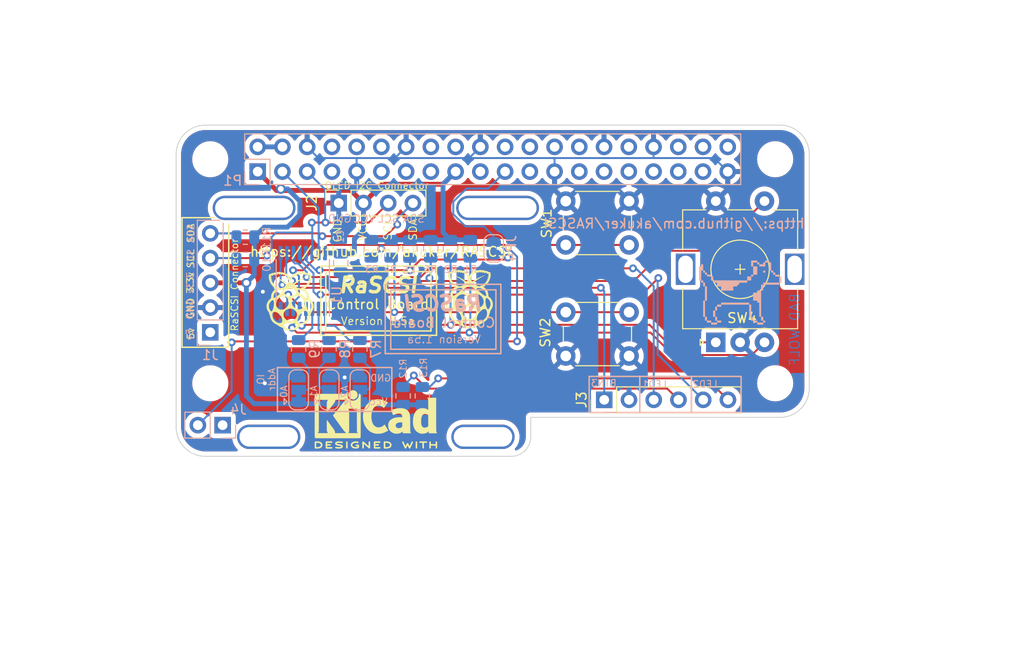
<source format=kicad_pcb>
(kicad_pcb (version 20211014) (generator pcbnew)
  (title_block (date "15 nov 2012"))
  (layers (0 "F.Cu" signal) (31 "B.Cu" signal) (34 "B.Paste" user) (35 "F.Paste" user) (36 "B.SilkS" user "B.Silkscreen") (37 "F.SilkS" user "F.Silkscreen") (38 "B.Mask" user) (39 "F.Mask" user) (44 "Edge.Cuts" user))
  (net 0 "")
  (net 1 "+3V3")
  (net 2 "+5V")
  (net 3 "GND")
  (net 4 "/GPIO2(SDA1)")
  (net 5 "/GPIO3(SCL1)")
  (net 6 "/GPIO9(SPI0_MISO)")
  (net 7 "Net-(JP2-Pad2)")
  (net 8 "Net-(JP3-Pad2)")
  (net 9 "/BUTTON_1")
  (net 10 "/BUTTON_2")
  (net 11 "/BUTTON_3")
  (net 12 "/ROTARY_ENC_B")
  (net 13 "/ROTARY_ENC_A")
  (net 14 "/BUTTON_4")
  (net 15 "Net-(R7-Pad2)")
  (net 16 "Net-(R8-Pad2)")
  (net 17 "Net-(R9-Pad2)")
  (net 18 "Net-(JP1-Pad2)")
  (net 19 "/LED_2")
  (net 20 "/LED_1")
  (net 21 "/GPIO21(SPI1_SCK)")
  (net 22 "/GPIO20(SPI1_MOSI)")
  (net 23 "/GPIO26")
  (net 24 "/GPIO16")
  (net 25 "/GPIO19(SPI1_MISO)")
  (net 26 "/GPIO13(PWM1)")
  (net 27 "/GPIO12(PWM0)")
  (net 28 "/GPIO6")
  (net 29 "/GPIO5")
  (net 30 "/ID_SC")
  (net 31 "/ID_SD")
  (net 32 "/GPIO7(SPI1_CE_N)")
  (net 33 "/GPIO8(SPI0_CE_N)")
  (net 34 "/GPIO11(SPI0_SCK)")
  (net 35 "/GPIO25(GEN6)")
  (net 36 "/GPIO10(SPI0_MOSI)")
  (net 37 "/GPIO24(GEN5)")
  (net 38 "/GPIO23(GEN4)")
  (net 39 "/GPIO22(GEN3)")
  (net 40 "/GPIO27(GEN2)")
  (net 41 "/GPIO18(GEN1)(PWM0)")
  (net 42 "/GPIO17(GEN0)")
  (net 43 "/GPIO15(RXD0)")
  (net 44 "/GPIO14(TXD0)")
  (net 45 "/GPIO4(GCLK)")
  (net 47 "Net-(J3-Pad4)")
  (net 48 "Net-(J3-Pad6)")
  (net 50 "Net-(JP4-Pad1)")
  (footprint "MountingHole:MountingHole_2.7mm_M2.5" (layer "F.Cu") (at 203.5 120.5)
    (fp_text reference "MK3")
    (fp_text value "M2.5")
  )
  (footprint "Button_Switch_THT:SW_PUSH_6mm_H5mm" (layer "F.Cu") (at 240 101.8)
    (fp_text reference "SW1")
    (fp_text value "SW_SPST")
  )
  (footprint "Button_Switch_THT:SW_PUSH_6mm_H5mm" (layer "F.Cu") (at 246.5 117.7 180)
    (fp_text reference "SW2")
    (fp_text value "SW_SPST")
  )
  (footprint "mousebites:0.9_and_1.3_in_OLED_Footprint" (layer "F.Cu") (at 220.5 102 -90)
    (fp_text reference "J2")
    (fp_text value "OLED Connector")
  )
  (footprint "Connector_PinHeader_2.54mm:PinHeader_1x06_P2.54mm_Vertical" (layer "F.Cu") (at 243.95 122.2 90)
    (fp_text reference "J3")
    (fp_text value "Conn_01x06_Odd_Even")
  )
  (footprint "Rotary_Encoder:RotaryEncoder_Alps_EC11E-Switch_Vertical_H20mm" (layer "F.Cu") (at 255.4 116.3 90)
    (fp_text reference "SW4")
    (fp_text value "Rotary_Encoder_Switch")
  )
  (footprint "mousebites:pi_logo" (layer "F.Cu") (at 230.1 111.9)
    (fp_text reference "G2" hide)
    (fp_text value "Pi Logo" hide)
  )
  (footprint "Symbol:KiCad-Logo2_5mm_SilkScreen" (layer "F.Cu") (at 220.5 124.2)
    (fp_text reference "G3" hide)
    (fp_text value "KiCad Logo" hide)
  )
  (footprint "mousebites:pi_logo" (layer "F.Cu") (at 211.7 112.1)
    (fp_text reference "G1" hide)
    (fp_text value "Pi Logo" hide)
  )
  (footprint "MountingHole:MountingHole_2.7mm_M2.5" (layer "B.Cu") (at 203.5 97.5)
    (fp_text reference "MK1")
    (fp_text value "M2.5")
  )
  (footprint "MountingHole:MountingHole_2.7mm_M2.5" (layer "B.Cu") (at 261.5 97.5)
    (fp_text reference "MK2")
    (fp_text value "M2.5")
  )
  (footprint "MountingHole:MountingHole_2.7mm_M2.5" (layer "B.Cu") (at 261.5 120.5 180)
    (fp_text reference "MK4")
    (fp_text value "M2.5")
  )
  (footprint "Connector_PinSocket_2.54mm:PinSocket_2x20_P2.54mm_Vertical" (layer "B.Cu") (at 208.37 98.77 -90)
    (fp_text reference "P1")
    (fp_text value "Conn_02x20_Odd_Even")
  )
  (footprint "Resistor_SMD:R_0805_2012Metric" (layer "B.Cu") (at 207.1 107.8)
    (fp_text reference "R10")
    (fp_text value "10k")
  )
  (footprint "Jumper:SolderJumper-2_P1.3mm_Bridged_RoundedPad1.0x1.5mm" (layer "B.Cu") (at 232.6 106.65 90)
    (fp_text reference "JP4")
    (fp_text value "SolderJumper_2_Open")
  )
  (footprint "Jumper:SolderJumper-3_P1.3mm_Bridged12_RoundedPad1.0x1.5mm" (layer "B.Cu") (at 218.8595 121.171 90)
    (fp_text reference "JP1" hide)
    (fp_text value "SolderJumper_3_Bridged12")
  )
  (footprint "Jumper:SolderJumper-3_P1.3mm_Bridged12_RoundedPad1.0x1.5mm" (layer "B.Cu") (at 215.71625 121.171 90)
    (fp_text reference "JP2" hide)
    (fp_text value "SolderJumper_3_Bridged12")
  )
  (footprint "Jumper:SolderJumper-3_P1.3mm_Bridged12_RoundedPad1.0x1.5mm" (layer "B.Cu") (at 212.573 121.171 90)
    (fp_text reference "JP3" hide)
    (fp_text value "SolderJumper_3_Bridged12")
  )
  (footprint "Resistor_SMD:R_0805_2012Metric" (layer "B.Cu") (at 220.038083 106.693 -90)
    (fp_text reference "R3")
    (fp_text value "10k")
  )
  (footprint "Resistor_SMD:R_0805_2012Metric" (layer "B.Cu") (at 222.070466 106.693 -90)
    (fp_text reference "R4")
    (fp_text value "10k")
  )
  (footprint "Resistor_SMD:R_0805_2012Metric" (layer "B.Cu") (at 218.8595 116.98 90)
    (fp_text reference "R7")
    (fp_text value "10k")
  )
  (footprint "Resistor_SMD:R_0805_2012Metric" (layer "B.Cu") (at 215.7 116.98 90)
    (fp_text reference "R8")
    (fp_text value "10k")
  )
  (footprint "Resistor_SMD:R_0805_2012Metric" (layer "B.Cu") (at 212.573 116.98 90)
    (fp_text reference "R9")
    (fp_text value "10k")
  )
  (footprint "Package_SO:TSSOP-16_4.4x5mm_P0.65mm" (layer "B.Cu") (at 213 110 90)
    (fp_text reference "U1")
    (fp_text value "PCA9554APW,118")
  )
  (footprint "Resistor_SMD:R_0805_2012Metric" (layer "B.Cu") (at 223.3 121.8 90)
    (fp_text reference "R12")
    (fp_text value "10k")
  )
  (footprint "Resistor_SMD:R_0805_2012Metric" (layer "B.Cu") (at 225.274084 121.8 90)
    (fp_text reference "R13")
    (fp_text value "10k")
  )
  (footprint "Resistor_SMD:R_0805_2012Metric" (layer "B.Cu") (at 207.1 105.5 180)
    (fp_text reference "R11")
    (fp_text value "10k")
  )
  (footprint "Capacitor_SMD:C_0805_2012Metric" (layer "B.Cu") (at 216.9 108.15 -90)
    (fp_text reference "C1")
    (fp_text value "100n")
  )
  (footprint "Resistor_SMD:R_0805_2012Metric" (layer "B.Cu") (at 226.135232 106.693 -90)
    (fp_text reference "R6")
    (fp_text value "10k")
  )
  (footprint "Resistor_SMD:R_0805_2012Metric" (layer "B.Cu") (at 230.2 106.693 -90)
    (fp_text reference "R1")
    (fp_text value "10k")
  )
  (footprint "Resistor_SMD:R_0805_2012Metric" (layer "B.Cu") (at 228.167615 106.693 -90)
    (fp_text reference "R2")
    (fp_text value "10k")
  )
  (footprint "Connector_PinHeader_2.54mm:PinHeader_1x05_P2.54mm_Vertical" (layer "B.Cu") (at 203.5 115.27)
    (fp_text reference "J1")
    (fp_text value "RaSCSI Connector")
  )
  (footprint "Connector_PinHeader_2.54mm:PinHeader_1x02_P2.54mm_Vertical" (layer "B.Cu") (at 204.77 124.8 90)
    (fp_text reference "J4")
    (fp_text value "Aux GPIO Connector")
  )
  (footprint "Resistor_SMD:R_0805_2012Metric" (layer "B.Cu") (at 224 106.7125 90)
    (fp_text reference "R5")
    (fp_text value "10k")
  )
  (footprint "mousebites:dogcow" (layer "B.Cu") (at 257.9 111.2 180)
    (fp_text reference "G4" hide)
    (fp_text value "DogCow" hide)
  )
  (gr_line (start 210.4 123.3935) (end 210.4 123.0125) (layer "B.SilkS") (width 0.15))
  (gr_line (start 210.395 118.885) (end 211.4935 118.885) (layer "B.SilkS") (width 0.15))
  (gr_line (start 222.033 117.009) (end 222.033 110.913) (layer "B.SilkS") (width 0.15))
  (gr_line (start 233.336 117.4535) (end 221.4615 117.4535) (layer "B.SilkS") (width 0.15))
  (gr_line (start 221.4615 117.4535) (end 221.4615 110.3415) (layer "B.SilkS") (width 0.15))
  (gr_line (start 221.4615 110.3415) (end 233.336 110.3415) (layer "B.SilkS") (width 0.15))
  (gr_line (start 222.033 110.913) (end 232.828 110.913) (layer "B.SilkS") (width 0.15))
  (gr_line (start 232.83 110.913) (end 232.83 117.009) (layer "B.SilkS") (width 0.15))
  (gr_line (start 233.336 110.3415) (end 233.336 117.4535) (layer "B.SilkS") (width 0.15))
  (gr_line (start 232.828 117.009) (end 222.033 117.009) (layer "B.SilkS") (width 0.15))
  (gr_line (start 222.144 118.885) (end 222.144 120.5995) (layer "B.SilkS") (width 0.15))
  (gr_line (start 222.144 123.3935) (end 210.4 123.4) (layer "B.SilkS") (width 0.15))
  (gr_line (start 222.144 120.5995) (end 222.144 123.3935) (layer "B.SilkS") (width 0.15))
  (gr_line (start 211.4935 118.885) (end 222.144 118.885) (layer "B.SilkS") (width 0.15))
  (gr_line (start 210.395 123.0125) (end 210.395 120.5995) (layer "B.SilkS") (width 0.15))
  (gr_rect (start 252.9 119.8) (end 258 123.5) (layer "B.SilkS") (width 0.15) (fill none))
  (gr_rect (start 242.4 119.8) (end 247.6 123.5) (layer "B.SilkS") (width 0.15) (fill none))
  (gr_line (start 210.395 120.5995) (end 210.395 118.885) (layer "B.SilkS") (width 0.15))
  (gr_rect (start 247.6 123.5) (end 252.9 119.8) (layer "B.SilkS") (width 0.15) (fill none))
  (gr_line (start 214.858 108.463) (end 214.858 115.575) (layer "F.SilkS") (width 0.15))
  (gr_line (start 226.7325 108.463) (end 214.858 108.463) (layer "F.SilkS") (width 0.15))
  (gr_line (start 200.6 116.8) (end 205.4 116.8) (layer "F.SilkS") (width 0.15))
  (gr_line (start 226.161 115.1305) (end 226.161 109.0345) (layer "F.SilkS") (width 0.15))
  (gr_line (start 226.161 109.0345) (end 215.366 109.0345) (layer "F.SilkS") (width 0.15))
  (gr_line (start 226.7325 115.575) (end 226.7325 108.463) (layer "F.SilkS") (width 0.15))
  (gr_line (start 205.4 116.8) (end 205.4 104.132806) (layer "F.SilkS") (width 0.15))
  (gr_line (start 215.364 109.0345) (end 215.364 115.1305) (layer "F.SilkS") (width 0.15))
  (gr_line (start 215.366 115.1305) (end 226.161 115.1305) (layer "F.SilkS") (width 0.15))
  (gr_line (start 214.858 115.575) (end 226.7325 115.575) (layer "F.SilkS") (width 0.15))
  (gr_line (start 204 103.5) (end 200.6 103.5) (layer "F.SilkS") (width 0.15))
  (gr_line (start 200.6 103.5) (end 200.6 116.8) (layer "F.SilkS") (width 0.15))
  (gr_arc (start 236.4 126) (mid 235.814214 127.414214) (end 234.4 128) (layer "Edge.Cuts") (width 0.1))
  (gr_line (start 200 97) (end 200 125) (layer "Edge.Cuts") (width 0.1))
  (gr_line (start 262 94) (end 203 94) (layer "Edge.Cuts") (width 0.1))
  (gr_arc (start 203 128) (mid 200.87868 127.12132) (end 200 125) (layer "Edge.Cuts") (width 0.1))
  (gr_arc (start 265 121) (mid 264.12132 123.12132) (end 262 124) (layer "Edge.Cuts") (width 0.1))
  (gr_line (start 236.4 126) (end 236.4 124) (layer "Edge.Cuts") (width 0.1))
  (gr_arc (start 200 97) (mid 200.87868 94.87868) (end 203 94) (layer "Edge.Cuts") (width 0.1))
  (gr_line (start 236.4 124) (end 262 124) (layer "Edge.Cuts") (width 0.1))
  (gr_arc (start 262 94) (mid 264.12132 94.87868) (end 265 97) (layer "Edge.Cuts") (width 0.1))
  (gr_line (start 265 121) (end 265 97) (layer "Edge.Cuts") (width 0.1))
  (gr_line (start 203 128) (end 234.4 128) (layer "Edge.Cuts") (width 0.1))
  (gr_text "BAD WOLF" (at 263.5 115 90) (layer "B.Cu") (effects (font (size 1 1) (thickness 0.1)) (justify mirror)))
  (gr_text "3.3v" (at 201.4605 110.1855 90) (layer "B.SilkS") (effects (font (size 0.7 0.7) (thickness 0.1)) (justify mirror)))
  (gr_text "5v" (at 201.4 115.5 90) (layer "B.SilkS") (effects (font (size 0.7 0.7) (thickness 0.1)) (justify mirror)))
  (gr_text "GND" (at 201.4 112.9 90) (layer "B.SilkS") (effects (font (size 0.7 0.7) (thickness 0.1)) (justify mirror)))
  (gr_text "SDA\n" (at 201.5 105.1 90) (layer "B.SilkS") (effects (font (size 0.7 0.7) (thickness 0.1)) (justify mirror)))
  (gr_text "SCL" (at 201.5 107.7 90) (layer "B.SilkS") (effects (font (size 0.7 0.7) (thickness 0.1)) (justify mirror)))
  (gr_text "Vcc" (at 220.8 122.3775) (layer "B.SilkS") (effects (font (size 0.7 0.7) (thickness 0.1)) (justify mirror)))
  (gr_text "GND" (at 221 119.9645) (layer "B.SilkS") (effects (font (size 0.7 0.7) (thickness 0.1)) (justify mirror)))
  (gr_text "IO\nAddr" (at 209.252 120.0915 90) (layer "B.SilkS") (effects (font (size 0.7 0.7) (thickness 0.1)) (justify mirror)))
  (gr_text "Version 1.5a" (at 227.494 115.993) (layer "B.SilkS") (effects (font (size 0.8 0.8) (thickness 0.1)) (justify mirror)))
  (gr_text "Control Board" (at 227.494 114.2785) (layer "B.SilkS") (effects (font (size 1 1)) (justify mirror)))
  (gr_text "RaSCSI" (at 227.4305 112.31) (layer "B.SilkS") (effects (font (size 1.5 1.5) (thickness 0.35) italic) (justify mirror)))
  (gr_text "LED2" (at 254.3 120.6) (layer "B.SilkS") (effects (font (size 0.7 0.7) (thickness 0.1)) (justify mirror)))
  (gr_text "A1" (at 214.1145 121.3615 90) (layer "B.SilkS") (effects (font (size 0.7 0.7) (thickness 0.1)) (justify mirror)))
  (gr_text "https://github.com/akuker/RASCSI" (at 251.1 104.1) (layer "B.SilkS") (effects (font (size 1 1)) (justify mirror)))
  (gr_text "BTN3" (at 243.9 120.5) (layer "B.SilkS") (effects (font (size 0.7 0.7) (thickness 0.1)) (justify mirror)))
  (gr_text "LED1" (at 249.1 120.6) (layer "B.SilkS") (effects (font (size 0.7 0.7) (thickness 0.1)) (justify mirror)))
  (gr_text "A2" (at 217.2895 121.3615 90) (layer "B.SilkS") (effects (font (size 0.7 0.7) (thickness 0.1)) (justify mirror)))
  (gr_text "A0" (at 211.0665 121.3615 90) (layer "B.SilkS") (effects (font (size 0.7 0.7) (thickness 0.1)) (justify mirror)))
  (gr_text "SCL" (at 201.5 107.7 90) (layer "F.SilkS") (effects (font (size 0.7 0.7) (thickness 0.1))))
  (gr_text "GND" (at 201.5 112.8 90) (layer "F.SilkS") (effects (font (size 0.7 0.7) (thickness 0.1))))
  (gr_text "Version 1.5a" (at 220.7 114.1145) (layer "F.SilkS") (effects (font (size 0.8 0.8) (thickness 0.1))))
  (gr_text "Control Board" (at 220.7 112.4) (layer "F.SilkS") (effects (font (size 1 1))))
  (gr_text "https://github.com/akuker/RASCSI" (at 221 107) (layer "F.SilkS") (effects (font (size 1 1))))
  (gr_text "RaSCSI" (at 220.7635 110.4315) (layer "F.SilkS") (effects (font (size 1.5 1.5) (thickness 0.35) italic)))
  (gr_text "5v" (at 201.5 115.4 90) (layer "F.SilkS") (effects (font (size 0.7 0.7) (thickness 0.1))))
  (gr_text "RaSCSI Connector" (at 206 110.4 90) (layer "F.SilkS") (effects (font (size 0.7 0.7) (thickness 0.1))))
  (gr_text "SDA\n" (at 201.5 105.1 90) (layer "F.SilkS") (effects (font (size 0.7 0.7) (thickness 0.1))))
  (gr_text "OLED I2C Connector" (at 220.6 100.2) (layer "F.SilkS") (effects (font (size 0.7 0.7) (thickness 0.1))))
  (gr_text "3.3v" (at 201.4605 110.1855 90) (layer "F.SilkS") (effects (font (size 0.7 0.7) (thickness 0.1))))
  (segment (start 203.5 110.19) (end 207.21 110.19) (width 0.5) (layer "F.Cu") (net 1))
  (segment (start 210.891604 100.700489) (end 210.741615 100.5505) (width 0.5) (layer "F.Cu") (net 1))
  (segment (start 212.399511 100.700489) (end 210.891604 100.700489) (width 0.5) (layer "F.Cu") (net 1))
  (segment (start 212.399511 100.700489) (end 210.300489 100.700489) (width 0.5) (layer "F.Cu") (net 1))
  (segment (start 227.390489 100.069511) (end 228.69 98.77) (width 0.5) (layer "F.Cu") (net 1))
  (segment (start 221.160489 100.069511) (end 227.390489 100.069511) (width 0.5) (layer "F.Cu") (net 1))
  (segment (start 219.23 102) (end 217.930489 100.700489) (width 0.5) (layer "F.Cu") (net 1))
  (segment (start 210.300489 100.700489) (end 208.37 98.77) (width 0.5) (layer "F.Cu") (net 1))
  (segment (start 219.23 102) (end 221.160489 100.069511) (width 0.5) (layer "F.Cu") (net 1))
  (segment (start 217.930489 100.700489) (end 212.399511 100.700489) (width 0.5) (layer "F.Cu") (net 1))
  (via (at 207.21 110.19) (size 1) (drill 0.6) (layers "F.Cu" "B.Cu") (net 1))
  (via (at 210.741615 100.5505) (size 1) (drill 0.6) (layers "F.Cu" "B.Cu") (net 1))
  (segment (start 227.4 105.012885) (end 228.167615 105.7805) (width 0.5) (layer "B.Cu") (net 1))
  (segment (start 222.070466 105.7805) (end 223.9805 105.7805) (width 0.5) (layer "B.Cu") (net 1))
  (segment (start 210.741615 100.5505) (end 211.453984 100.5505) (width 0.5) (layer "B.Cu") (net 1))
  (segment (start 212.69952 103.203964) (end 211.427995 104.475489) (width 0.5) (layer "B.Cu") (net 1))
  (segment (start 224 105.8) (end 226.115732 105.8) (width 0.5) (layer "B.Cu") (net 1))
  (segment (start 218.3 107) (end 218.1 107.2) (width 0.5) (layer "B.Cu") (net 1))
  (segment (start 218.7305 122.6) (end 218.8595 122.471) (width 0.5) (layer "B.Cu") (net 1))
  (segment (start 208.0125 109.3875) (end 207.21 110.19) (width 0.5) (layer "B.Cu") (net 1))
  (segment (start 208.0125 105.5) (end 208.0125 107.5) (width 0.5) (layer "B.Cu") (net 1))
  (segment (start 227.4 100.06) (end 227.4 105.012885) (width 0.5) (layer "B.Cu") (net 1))
  (segment (start 226.115732 105.8) (end 226.135232 105.7805) (width 0.5) (layer "B.Cu") (net 1))
  (segment (start 228.69 98.77) (end 227.4 100.06) (width 0.5) (layer "B.Cu") (net 1))
  (segment (start 218.1 107.2) (end 216.7 107.2) (width 0.5) (layer "B.Cu") (net 1))
  (segment (start 216.6375 107.1375) (end 216.7 107.2) (width 0.5) (layer "B.Cu") (net 1))
  (segment (start 222.070466 105.7805) (end 220.038083 105.7805) (width 0.5) (layer "B.Cu") (net 1))
  (segment (start 219.23 102) (end 219.23 104.972417) (width 0.5) (layer "B.Cu") (net 1))
  (segment (start 212.69952 101.796036) (end 212.69952 103.203964) (width 0.5) (layer "B.Cu") (net 1))
  (segment (start 219.027583 104.972417) (end 218.3 105.7) (width 0.5) (layer "B.Cu") (net 1))
  (segment (start 218.8595 122.471) (end 220.571 122.471) (width 0.5) (layer "B.Cu") (net 1))
  (segment (start 219.23 104.972417) (end 219.027583 104.972417) (width 0.5) (layer "B.Cu") (net 1))
  (segment (start 220.571 122.471) (end 220.8125 122.7125) (width 0.5) (layer "B.Cu") (net 1))
  (segment (start 218.3 105.7) (end 218.3 107) (width 0.5) (layer "B.Cu") (net 1))
  (segment (start 215.275 107.1375) (end 216.6375 107.1375) (width 0.5) (layer "B.Cu") (net 1))
  (segment (start 211.453984 100.5505) (end 212.69952 101.796036) (width 0.5) (layer "B.Cu") (net 1))
  (segment (start 207.21 121.81) (end 208 122.6) (width 0.5) (layer "B.Cu") (net 1))
  (segment (start 220.8125 122.7125) (end 225.274084 122.7125) (width 0.5) (layer "B.Cu") (net 1))
  (segment (start 223.9805 105.7805) (end 224 105.8) (width 0.5) (layer "B.Cu") (net 1))
  (segment (start 226.135232 105.7805) (end 230.2 105.7805) (width 0.5) (layer "B.Cu") (net 1))
  (segment (start 211.427995 104.475489) (end 209.037011 104.475489) (width 0.5) (layer "B.Cu") (net 1))
  (segment (start 208.0125 107.5) (end 208.0125 109.3875) (width 0.5) (layer "B.Cu") (net 1))
  (segment (start 207.21 110.19) (end 207.21 121.81) (width 0.5) (layer "B.Cu") (net 1))
  (segment (start 209.037011 104.475489) (end 208.0125 105.5) (width 0.5) (layer "B.Cu") (net 1))
  (segment (start 208 122.6) (end 218.7305 122.6) (width 0.5) (layer "B.Cu") (net 1))
  (segment (start 219.23 104.972417) (end 220.038083 105.7805) (width 0.5) (layer "B.Cu") (net 1))
  (segment (start 208.37 96.23) (end 210.91 96.23) (width 0.5) (layer "B.Cu") (net 2))
  (via (at 217.3 119.9) (size 0.8) (drill 0.4) (layers "F.Cu" "B.Cu") (net 3))
  (via (at 209.1 120.5) (size 0.8) (drill 0.4) (layers "F.Cu" "B.Cu") (net 3))
  (via (at 208.9 111.1) (size 0.8) (drill 0.4) (layers "F.Cu" "B.Cu") (net 3))
  (segment (start 218.53 97.429022) (end 218.579511 97.379511) (width 0.2) (layer "B.Cu") (net 3))
  (segment (start 230.080489 97.379511) (end 229.820489 97.379511) (width 0.2) (layer "B.Cu") (net 3))
  (segment (start 249.01 97.31) (end 249.079511 97.379511) (width 0.2) (layer "B.Cu") (net 3))
  (segment (start 249.01 96.23) (end 249.01 97.31) (width 0.2) (layer "B.Cu") (net 3))
  (segment (start 218.53 98.77) (end 218.53 97.429022) (width 0.2) (layer "B.Cu") (net 3))
  (segment (start 231.23 96.23) (end 230.080489 97.379511) (width 0.2) (layer "B.Cu") (net 3))
  (segment (start 222.379511 97.379511) (end 229.820489 97.379511) (width 0.2) (layer "B.Cu") (net 3))
  (segment (start 249.079511 97.379511) (end 255.239511 97.379511) (width 0.2) (layer "B.Cu") (net 3))
  (segment (start 238.720489 97.379511) (end 249.079511 97.379511) (width 0.2) (layer "B.Cu") (net 3))
  (segment (start 238.85 97.509022) (end 238.720489 97.379511) (width 0.2) (layer "B.Cu") (net 3))
  (segment (start 238.85 98.77) (end 238.85 97.509022) (width 0.2) (layer "B.Cu") (net 3))
  (segment (start 255.239511 97.379511) (end 256.63 98.77) (width 0.2) (layer "B.Cu") (net 3))
  (segment (start 223.61 96.23) (end 222.460489 97.379511) (width 0.2) (layer "B.Cu") (net 3))
  (segment (start 229.820489 97.379511) (end 238.720489 97.379511) (width 0.2) (layer "B.Cu") (net 3))
  (segment (start 213.45 96.23) (end 214.599511 97.379511) (width 0.2) (layer "B.Cu") (net 3))
  (segment (start 214.599511 97.379511) (end 218.579511 97.379511) (width 0.2) (layer "B.Cu") (net 3))
  (segment (start 222.460489 97.379511) (end 222.379511 97.379511) (width 0.2) (layer "B.Cu") (net 3))
  (segment (start 218.579511 97.379511) (end 222.379511 97.379511) (width 0.2) (layer "B.Cu") (net 3))
  (segment (start 214.710989 105.11) (end 215 105.399011) (width 0.2) (layer "F.Cu") (net 4))
  (segment (start 203.5 105.11) (end 214.710989 105.11) (width 0.2) (layer "F.Cu") (net 4))
  (segment (start 222.7 104.2) (end 221.500989 105.399011) (width 0.2) (layer "F.Cu") (net 4))
  (segment (start 221.500989 105.399011) (end 215 105.399011) (width 0.2) (layer "F.Cu") (net 4))
  (via (at 215 105.399011) (size 0.8) (drill 0.4) (layers "F.Cu" "B.Cu") (net 4))
  (via (at 222.7 104.2) (size 0.8) (drill 0.4) (layers "F.Cu" "B.Cu") (net 4))
  (segment (start 210.91 98.77) (end 214.625 102.485) (width 0.2) (layer "B.Cu") (net 4))
  (segment (start 224.31 102) (end 222.7 103.61) (width 0.2) (layer "B.Cu") (net 4))
  (segment (start 222.7 103.61) (end 222.7 104.2) (width 0.2) (layer "B.Cu") (net 4))
  (segment (start 205.7975 105.11) (end 206.1875 105.5) (width 0.2) (layer "B.Cu") (net 4))
  (segment (start 214.625 105.275) (end 214.625 107.1375) (width 0.2) (layer "B.Cu") (net 4))
  (segment (start 214.625 102.485) (end 214.625 105.275) (width 0.2) (layer "B.Cu") (net 4))
  (segment (start 203.5 105.11) (end 205.7975 105.11) (width 0.2) (layer "B.Cu") (net 4))
  (segment (start 214.749011 105.399011) (end 214.625 105.275) (width 0.2) (layer "B.Cu") (net 4))
  (segment (start 215 105.399011) (end 214.749011 105.399011) (width 0.2) (layer "B.Cu") (net 4))
  (segment (start 203.5 107.65) (end 209.05 107.65) (width 0.2) (layer "F.Cu") (net 5))
  (segment (start 215.3245 104) (end 213.9255 104) (width 0.2) (layer "F.Cu") (net 5))
  (segment (start 219.77 104) (end 221.77 102) (width 0.2) (layer "F.Cu") (net 5))
  (segment (start 215.3245 104) (end 219.77 104) (width 0.2) (layer "F.Cu") (net 5))
  (segment (start 209.05 107.65) (end 209.3 107.4) (width 0.2) (layer "F.Cu") (net 5))
  (via (at 209.3 107.4) (size 0.8) (drill 0.4) (layers "F.Cu" "B.Cu") (net 5))
  (via (at 213.9255 104) (size 0.8) (drill 0.4) (layers "F.Cu" "B.Cu") (net 5))
  (via (at 215.3245 104) (size 0.8) (drill 0.4) (layers "F.Cu" "B.Cu") (net 5))
  (segment (start 213.975 105.025) (end 213.975 104.0495) (width 0.2) (layer "B.Cu") (net 5))
  (segment (start 209.8 106.759994) (end 209.8 105.5) (width 0.2) (layer "B.Cu") (net 5))
  (segment (start 213.975 104.0495) (end 213.9255 104) (width 0.2) (layer "B.Cu") (net 5))
  (segment (start 209.3 107.4) (end 209.3 107.259994) (width 0.2) (layer "B.Cu") (net 5))
  (segment (start 203.5 107.65) (end 206.0375 107.65) (width 0.2) (layer "B.Cu") (net 5))
  (segment (start 210.275 105.025) (end 213.975 105.025) (width 0.2) (layer "B.Cu") (net 5))
  (segment (start 215.3 100.62) (end 215.3 104) (width 0.2) (layer "B.Cu") (net 5))
  (segment (start 215.3 104) (end 215.3245 104) (width 0.2) (layer "B.Cu") (net 5))
  (segment (start 209.3 107.259994) (end 209.8 106.759994) (width 0.2) (layer "B.Cu") (net 5))
  (segment (start 209.8 105.5) (end 210.275 105.025) (width 0.2) (layer "B.Cu") (net 5))
  (segment (start 206.0375 107.65) (end 206.1875 107.8) (width 0.2) (layer "B.Cu") (net 5))
  (segment (start 213.975 107.1375) (end 213.975 105.025) (width 0.2) (layer "B.Cu") (net 5))
  (segment (start 213.45 98.77) (end 215.3 100.62) (width 0.2) (layer "B.Cu") (net 5))
  (segment (start 235 116.2) (end 232 116.2) (width 0.2) (layer "F.Cu") (net 6))
  (segment (start 205.8 116.2) (end 205.7 116.3) (width 0.2) (layer "F.Cu") (net 6))
  (segment (start 224 116.2) (end 205.8 116.2) (width 0.2) (layer "F.Cu") (net 6))
  (segment (start 224 116.2) (end 232 116.2) (width 0.2) (layer "F.Cu") (net 6))
  (via (at 205.7 116.3) (size 0.8) (drill 0.4) (layers "F.Cu" "B.Cu") (net 6))
  (via (at 235 116.2) (size 0.8) (drill 0.4) (layers "F.Cu" "B.Cu") (net 6))
  (segment (start 205.7 121.33) (end 202.23 124.8) (width 0.2) (layer "B.Cu") (net 6))
  (segment (start 233.77 98.77) (end 232.04 100.5) (width 0.2) (layer "B.Cu") (net 6))
  (segment (start 233.873586 106.9) (end 234.4 106.9) (width 0.2) (layer "B.Cu") (net 6))
  (segment (start 232.04 100.5) (end 229.808648 100.5) (width 0.2) (layer "B.Cu") (net 6))
  (segment (start 228.45048 101.858168) (end 228.45048 103.141832) (width 0.2) (layer "B.Cu") (net 6))
  (segment (start 205.7 116.3) (end 205.7 121.33) (width 0.2) (layer "B.Cu") (net 6))
  (segment (start 231.6 104.4) (end 232.6 105.4) (width 0.2) (layer "B.Cu") (net 6))
  (segment (start 234.4 106.9) (end 235 107.5) (width 0.2) (layer "B.Cu") (net 6))
  (segment (start 232.6 106) (end 232.973586 106) (width 0.2) (layer "B.Cu") (net 6))
  (segment (start 229.708648 104.4) (end 231.6 104.4) (width 0.2) (layer "B.Cu") (net 6))
  (segment (start 235 107.5) (end 235 116.2) (width 0.2) (layer "B.Cu") (net 6))
  (segment (start 232.973586 106) (end 233.873586 106.9) (width 0.2) (layer "B.Cu") (net 6))
  (segment (start 228.45048 103.141832) (end 229.708648 104.4) (width 0.2) (layer "B.Cu") (net 6))
  (segment (start 229.808648 100.5) (end 228.45048 101.858168) (width 0.2) (layer "B.Cu") (net 6))
  (segment (start 232.6 105.4) (end 232.6 106) (width 0.2) (layer "B.Cu") (net 6))
  (segment (start 214.66673 118.92577) (end 214.66673 120.76673) (width 0.2) (layer "B.Cu") (net 7))
  (segment (start 215.7 117.8925) (end 214.66673 118.92577) (width 0.2) (layer "B.Cu") (net 7))
  (segment (start 215.071 121.171) (end 215.71625 121.171) (width 0.2) (layer "B.Cu") (net 7))
  (segment (start 214.66673 120.76673) (end 215.071 121.171) (width 0.2) (layer "B.Cu") (net 7))
  (segment (start 212.573 117.8925) (end 213.62252 118.94202) (width 0.2) (layer "B.Cu") (net 8))
  (segment (start 213.523 121.171) (end 212.573 121.171) (width 0.2) (layer "B.Cu") (net 8))
  (segment (start 213.62252 121.07148) (end 213.523 121.171) (width 0.2) (layer "B.Cu") (net 8))
  (segment (start 213.62252 118.94202) (end 213.62252 121.07148) (width 0.2) (layer "B.Cu") (net 8))
  (segment (start 221 106.621602) (end 221 106.3) (width 0.2) (layer "F.Cu") (net 9))
  (segment (start 221 106.3) (end 215.6 106.3) (width 0.2) (layer "F.Cu") (net 9))
  (segment (start 212 108.9) (end 213 108.9) (width 0.2) (layer "F.Cu") (net 9))
  (segment (start 221.058143 106.679745) (end 221 106.621602) (width 0.2) (layer "F.Cu") (net 9))
  (segment (start 213 108.9) (end 215.6 106.3) (width 0.2) (layer "F.Cu") (net 9))
  (segment (start 240 106.3) (end 221 106.3) (width 0.2) (layer "F.Cu") (net 9))
  (segment (start 246.5 106.3) (end 240 106.3) (width 0.2) (layer "F.Cu") (net 9))
  (via (at 212 108.9) (size 0.8) (drill 0.4) (layers "F.Cu" "B.Cu") (net 9))
  (via (at 221.058143 106.679745) (size 0.8) (drill 0.4) (layers "F.Cu" "B.Cu") (net 9))
  (segment (start 212 108.9) (end 212.606502 109.506502) (width 0.2) (layer "B.Cu") (net 9))
  (segment (start 212.606502 111.628492) (end 212.025 112.209994) (width 0.2) (layer "B.Cu") (net 9))
  (segment (start 220.132388 107.6055) (end 221.058143 106.679745) (width 0.2) (layer "B.Cu") (net 9))
  (segment (start 220.038083 107.6055) (end 220.132388 107.6055) (width 0.2) (layer "B.Cu") (net 9))
  (segment (start 212.025 112.209994) (end 212.025 112.8625) (width 0.2) (layer "B.Cu") (net 9))
  (segment (start 212.606502 109.506502) (end 212.606502 111.628492) (width 0.2) (layer "B.Cu") (net 9))
  (segment (start 213.3 113.2) (end 211.5 111.4) (width 0.2) (layer "F.Cu") (net 10))
  (segment (start 222.4 113.2) (end 213.3 113.2) (width 0.2) (layer "F.Cu") (net 10))
  (segment (start 240 113.2) (end 246.5 113.2) (width 0.2) (layer "F.Cu") (net 10))
  (segment (start 240 113.2) (end 222.4 113.2) (width 0.2) (layer "F.Cu") (net 10))
  (via (at 211.5 111.4) (size 0.8) (drill 0.4) (layers "F.Cu" "B.Cu") (net 10))
  (via (at 222.4 113.2) (size 0.8) (drill 0.4) (layers "F.Cu" "B.Cu") (net 10))
  (segment (start 211.4 111.5) (end 211.4 112.8375) (width 0.2) (layer "B.Cu") (net 10))
  (segment (start 211.5 111.4) (end 211.4 111.5) (width 0.2) (layer "B.Cu") (net 10))
  (segment (start 222.070466 107.6055) (end 222.4 107.935034) (width 0.2) (layer "B.Cu") (net 10))
  (segment (start 222.4 107.935034) (end 222.4 113.2) (width 0.2) (layer "B.Cu") (net 10))
  (segment (start 211.4 112.8375) (end 211.375 112.8625) (width 0.2) (layer "B.Cu") (net 10))
  (segment (start 243.6 110.7) (end 211.2 110.7) (width 0.2) (layer "F.Cu") (net 11))
  (segment (start 211.2 110.7) (end 210.9 110.4) (width 0.2) (layer "F.Cu") (net 11))
  (via (at 243.6 110.7) (size 0.8) (drill 0.4) (layers "F.Cu" "B.Cu") (net 11))
  (via (at 210.9 110.4) (size 0.8) (drill 0.4) (layers "F.Cu" "B.Cu") (net 11))
  (segment (start 243.95 122.2) (end 243.95 111.05) (width 0.2) (layer "B.Cu") (net 11))
  (segment (start 243.95 111.05) (end 243.6 110.7) (width 0.2) (layer "B.Cu") (net 11))
  (segment (start 210.725 110.225) (end 210.725 107.1375) (width 0.2) (layer "B.Cu") (net 11))
  (segment (start 210.9 110.4) (end 210.725 110.225) (width 0.2) (layer "B.Cu") (net 11))
  (segment (start 230.099511 115.299511) (end 212.399511 115.299511) (width 0.2) (layer "F.Cu") (net 12))
  (segment (start 212.399511 115.299511) (end 211.9 114.8) (width 0.2) (layer "F.Cu") (net 12))
  (segment (start 250.999511 117.599511) (end 259.100489 117.599511) (width 0.2) (layer "F.Cu") (net 12))
  (segment (start 230.099511 115.299511) (end 248.699511 115.299511) (width 0.2) (layer "F.Cu") (net 12))
  (segment (start 248.699511 115.299511) (end 250.999511 117.599511) (width 0.2) (layer "F.Cu") (net 12))
  (segment (start 259.100489 117.599511) (end 260.4 116.3) (width 0.2) (layer "F.Cu") (net 12))
  (via (at 230.099511 115.299511) (size 0.8) (drill 0.4) (layers "F.Cu" "B.Cu") (net 12))
  (via (at 211.9 114.8) (size 0.8) (drill 0.4) (layers "F.Cu" "B.Cu") (net 12))
  (segment (start 230.2 115.199022) (end 230.099511 115.299511) (width 0.2) (layer "B.Cu") (net 12))
  (segment (start 230.2 107.6055) (end 230.2 115.199022) (width 0.2) (layer "B.Cu") (net 12))
  (segment (start 211.9 114.8) (end 211.9 114.610741) (width 0.2) (layer "B.Cu") (net 12))
  (segment (start 212.675 113.835741) (end 212.675 112.8625) (width 0.2) (layer "B.Cu") (net 12))
  (segment (start 211.9 114.610741) (end 212.675 113.835741) (width 0.2) (layer "B.Cu") (net 12))
  (segment (start 213 114.5) (end 212.9 114.6) (width 0.2) (layer "F.Cu") (net 13))
  (segment (start 248.6 114.5) (end 228.2 114.5) (width 0.2) (layer "F.Cu") (net 13))
  (segment (start 250.4 116.3) (end 248.6 114.5) (width 0.2) (layer "F.Cu") (net 13))
  (segment (start 228.2 114.5) (end 213 114.5) (width 0.2) (layer "F.Cu") (net 13))
  (segment (start 255.4 116.3) (end 250.4 116.3) (width 0.2) (layer "F.Cu") (net 13))
  (via (at 228.2 114.5) (size 0.8) (drill 0.4) (layers "F.Cu" "B.Cu") (net 13))
  (via (at 212.9 114.6) (size 0.8) (drill 0.4) (layers "F.Cu" "B.Cu") (net 13))
  (segment (start 213.325 114.175) (end 213.325 112.8625) (width 0.2) (layer "B.Cu") (net 13))
  (segment (start 212.9 114.6) (end 213.325 114.175) (width 0.2) (layer "B.Cu") (net 13))
  (segment (start 228.167615 114.467615) (end 228.2 114.5) (width 0.2) (layer "B.Cu") (net 13))
  (segment (start 228.167615 107.6055) (end 228.167615 114.467615) (width 0.2) (layer "B.Cu") (net 13))
  (segment (start 260.4 101.8) (end 255.299511 106.900489) (width 0.2) (layer "F.Cu") (net 14))
  (segment (start 246.999511 110.000489) (end 225.999511 110.000489) (width 0.2) (layer "F.Cu") (net 14))
  (segment (start 211.9 110.0005) (end 212.199011 110.299511) (width 0.2) (layer "F.Cu") (net 14))
  (segment (start 255.299511 106.900489) (end 250.099511 106.900489) (width 0.2) (layer "F.Cu") (net 14))
  (segment (start 212.199011 110.299511) (end 222.800489 110.299511) (width 0.2) (layer "F.Cu") (net 14))
  (segment (start 225.999511 110.000489) (end 223.099511 110.000489) (width 0.2) (layer "F.Cu") (net 14))
  (segment (start 222.800489 110.299511) (end 223.099511 110.000489) (width 0.2) (layer "F.Cu") (net 14))
  (segment (start 226 110) (end 225.999511 110.000489) (width 0.2) (layer "F.Cu") (net 14))
  (segment (start 250.099511 106.900489) (end 246.999511 110.000489) (width 0.2) (layer "F.Cu") (net 14))
  (segment (start 226 109.7) (end 226 110) (width 0.2) (layer "F.Cu") (net 14))
  (via (at 211.9 110.0005) (size 0.8) (drill 0.4) (layers "F.Cu" "B.Cu") (net 14))
  (via (at 226 109.7) (size 0.8) (drill 0.4) (layers "F.Cu" "B.Cu") (net 14))
  (segment (start 211.375 107.1375) (end 211.300489 107.212011) (width 0.2) (layer "B.Cu") (net 14))
  (segment (start 211.300489 109.400989) (end 211.9 110.0005) (width 0.2) (layer "B.Cu") (net 14))
  (segment (start 211.300489 107.212011) (end 211.300489 109.400989) (width 0.2) (layer "B.Cu") (net 14))
  (segment (start 226.135232 107.6055) (end 226.135232 109.564768) (width 0.2) (layer "B.Cu") (net 14))
  (segment (start 226.135232 109.564768) (end 226 109.7) (width 0.2) (layer "B.Cu") (net 14))
  (segment (start 216.3 114.6) (end 215.5 114.6) (width 0.2) (layer "B.Cu") (net 15))
  (segment (start 215.5 114.6) (end 215.275 114.375) (width 0.2) (layer "B.Cu") (net 15))
  (segment (start 217.7675 116.0675) (end 216.3 114.6) (width 0.2) (layer "B.Cu") (net 15))
  (segment (start 218.8595 116.0675) (end 217.7675 116.0675) (width 0.2) (layer "B.Cu") (net 15))
  (segment (start 215.275 114.375) (end 215.275 112.8625) (width 0.2) (layer "B.Cu") (net 15))
  (segment (start 215.7 116.0675) (end 214.625 114.9925) (width 0.2) (layer "B.Cu") (net 16))
  (segment (start 214.625 114.9925) (end 214.625 112.8625) (width 0.2) (layer "B.Cu") (net 16))
  (segment (start 212.7325 116.0675) (end 213.975 114.825) (width 0.2) (layer "B.Cu") (net 17))
  (segment (start 212.573 116.0675) (end 212.7325 116.0675) (width 0.2) (layer "B.Cu") (net 17))
  (segment (start 213.975 114.825) (end 213.975 112.8625) (width 0.2) (layer "B.Cu") (net 17))
  (segment (start 219.90902 120.89098) (end 219.629 121.171) (width 0.2) (layer "B.Cu") (net 18))
  (segment (start 219.90902 118.94202) (end 219.90902 120.89098) (width 0.2) (layer "B.Cu") (net 18))
  (segment (start 219.629 121.171) (end 218.8595 121.171) (width 0.2) (layer "B.Cu") (net 18))
  (segment (start 218.8595 117.8925) (end 219.90902 118.94202) (width 0.2) (layer "B.Cu") (net 18))
  (segment (start 247.8 111.4) (end 214.8 111.4) (width 0.2) (layer "F.Cu") (net 19))
  (segment (start 249.5 109.7) (end 247.8 111.4) (width 0.2) (layer "F.Cu") (net 19))
  (via (at 214.8 111.4) (size 0.8) (drill 0.4) (layers "F.Cu" "B.Cu") (net 19))
  (via (at 249.5 109.7) (size 0.8) (drill 0.4) (layers "F.Cu" "B.Cu") (net 19))
  (segment (start 249.42952 117.51952) (end 249.42952 109.77048) (width 0.2) (layer "B.Cu") (net 19))
  (segment (start 254.11 122.2) (end 249.42952 117.51952) (width 0.2) (layer "B.Cu") (net 19))
  (segment (start 214.099511 109.214517) (end 214.099511 111.099511) (width 0.2) (layer "B.Cu") (net 19))
  (segment (start 212.675 107.1375) (end 212.675 107.790006) (width 0.2) (layer "B.Cu") (net 19))
  (segment (start 249.42952 109.77048) (end 249.5 109.7) (width 0.2) (layer "B.Cu") (net 19))
  (segment (start 214.4 111.4) (end 214.8 111.4) (width 0.2) (layer "B.Cu") (net 19))
  (segment (start 212.675 107.790006) (end 214.099511 109.214517) (width 0.2) (layer "B.Cu") (net 19))
  (segment (start 214.099511 111.099511) (end 214.4 111.4) (width 0.2) (layer "B.Cu") (net 19))
  (segment (start 246.9 108.7) (end 226 108.7) (width 0.2) (layer "F.Cu") (net 20))
  (segment (start 213.4 109.6) (end 225.1 109.6) (width 0.2) (layer "F.Cu") (net 20))
  (segment (start 225.1 109.6) (end 226 108.7) (width 0.2) (layer "F.Cu") (net 20))
  (via (at 246.9 108.7) (size 0.8) (drill 0.4) (layers "F.Cu" "B.Cu") (net 20))
  (via (at 213.4 109.6) (size 0.8) (drill 0.4) (layers "F.Cu" "B.Cu") (net 20))
  (segment (start 247.2 108.7) (end 246.9 108.7) (width 0.2) (layer "B.Cu") (net 20))
  (segment (start 213.4 109.080012) (end 213.4 109.6) (width 0.2) (layer "B.Cu") (net 20))
  (segment (start 212.520477 108.200489) (end 213.4 109.080012) (width 0.2) (layer "B.Cu") (net 20))
  (segment (start 249.03 122.2) (end 249.03 110.53) (width 0.2) (layer "B.Cu") (net 20))
  (segment (start 247.4 108.9) (end 247.2 108.7) (width 0.2) (layer "B.Cu") (net 20))
  (segment (start 212.025 108.025) (end 212.025 107.1375) (width 0.2) (layer "B.Cu") (net 20))
  (segment (start 212.025 108.025) (end 212.200489 108.200489) (width 0.2) (layer "B.Cu") (net 20))
  (segment (start 212.200489 108.200489) (end 212.520477 108.200489) (width 0.2) (layer "B.Cu") (net 20))
  (segment (start 249.03 110.53) (end 247.4 108.9) (width 0.2) (layer "B.Cu") (net 20))
  (segment (start 225.750489 121.050489) (end 224.4 119.7) (width 0.2) (layer "F.Cu") (net 47))
  (segment (start 251.57 122.2) (end 250.420489 121.050489) (width 0.2) (layer "F.Cu") (net 47))
  (segment (start 250.420489 121.050489) (end 225.750489 121.050489) (width 0.2) (layer "F.Cu") (net 47))
  (via (at 224.4 119.7) (size 0.8) (drill 0.4) (layers "F.Cu" "B.Cu") (net 47))
  (segment (start 223.3 120.8875) (end 223.3 120.8) (width 0.2) (layer "B.Cu") (net 47))
  (segment (start 223.3 120.8) (end 224.4 119.7) (width 0.2) (layer "B.Cu") (net 47))
  (segment (start 256.65 122.2) (end 254.45 120) (width 0.2) (layer "F.Cu") (net 48))
  (segment (start 254.45 120) (end 226.9 120) (width 0.2) (layer "F.Cu") (net 48))
  (via (at 226.9 120) (size 0.8) (drill 0.4) (layers "F.Cu" "B.Cu") (net 48))
  (segment (start 226.0125 120.8875) (end 226.9 120) (width 0.2) (layer "B.Cu") (net 48))
  (segment (start 225.274084 120.8875) (end 226.0125 120.8875) (width 0.2) (layer "B.Cu") (net 48))
  (segment (start 214.719161 108.889964) (end 223.989964 108.889964) (width 0.2) (layer "F.Cu") (net 50))
  (segment (start 223.989964 108.889964) (end 224 108.9) (width 0.2) (layer "F.Cu") (net 50))
  (segment (start 233.847767 107.8) (end 234.048267 107.5995) (width 0.2) (layer "F.Cu") (net 50))
  (segment (start 224 108.9) (end 225.1 107.8) (width 0.2) (layer "F.Cu") (net 50))
  (segment (start 225.1 107.8) (end 233.847767 107.8) (width 0.2) (layer "F.Cu") (net 50))
  (via (at 224 108.9) (size 0.8) (drill 0.4) (layers "F.Cu" "B.Cu") (net 50))
  (via (at 214.719161 108.889964) (size 0.8) (drill 0.4) (layers "F.Cu" "B.Cu") (net 50))
  (via (at 234.048267 107.5995) (size 0.8) (drill 0.4) (layers "F.Cu" "B.Cu") (net 50))
  (segment (start 213.325 107.1375) (end 213.325 107.875) (width 0.2) (layer "B.Cu") (net 50))
  (segment (start 224 107.625) (end 224 108.9) (width 0.2) (layer "B.Cu") (net 50))
  (segment (start 214.339964 108.889964) (end 214.719161 108.889964) (width 0.2) (layer "B.Cu") (net 50))
  (segment (start 233.748767 107.3) (end 234.048267 107.5995) (width 0.2) (layer "B.Cu") (net 50))
  (segment (start 232.6 107.3) (end 233.748767 107.3) (width 0.2) (layer "B.Cu") (net 50))
  (segment (start 213.325 107.875) (end 214.339964 108.889964) (width 0.2) (layer "B.Cu") (net 50))
  (zone (net 3) (net_name "GND") (layer "F.Cu") (connect_pads (clearance 0.508)) (min_thickness 0.254) (fill yes (thermal_gap 0.508) (thermal_bridge_width 0.508))
    (polygon (pts (xy 267.437 130.569) (xy 194.158 130.569) (xy 194.158 88.532) (xy 267.437 88.532)))
  )
  (zone (net 3) (net_name "GND") (layer "B.Cu") (connect_pads (clearance 0.508)) (min_thickness 0.254) (fill yes (thermal_gap 0.508) (thermal_bridge_width 0.508))
    (polygon (pts (xy 267.437 130.569) (xy 194.158 130.569) (xy 194.158 88.532) (xy 267.437 88.532)))
  )
)
</source>
